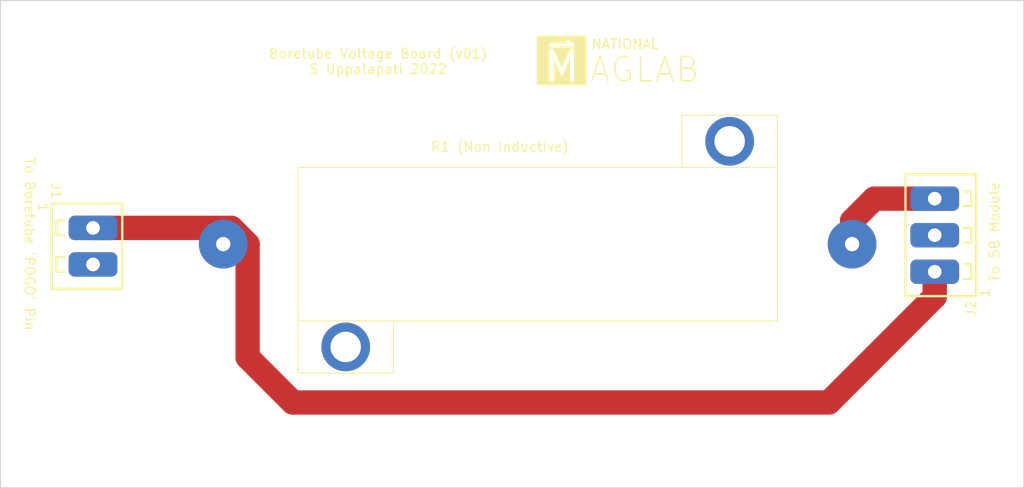
<source format=kicad_pcb>
(kicad_pcb (version 20211014) (generator pcbnew)
  (title_block (title "Boaretube Voltage Board") (date "10/11/2022") (rev "v01") (company "NHMFL") (comment 1 "Sujana Uppalapati"))
  (layers (0 "F.Cu" signal) (31 "B.Cu" signal) (34 "B.Paste" user) (35 "F.Paste" user) (36 "B.SilkS" user "B.Silkscreen") (37 "F.SilkS" user "F.Silkscreen") (38 "B.Mask" user) (39 "F.Mask" user) (44 "Edge.Cuts" user))
  (net 0 "")
  (net 1 "Net-(J1-Pad1)")
  (net 4 "Net-(J2-Pad3)")
  (footprint "ap_Pad_Hole:125_Hole_Iso" (layer "F.Cu") (at 109.474 61.722)
    (fp_text reference "Pad2" hide)
    (fp_text value "125_hole_iso" hide)
    (pad "" np_thru_hole circle locked (at 0 0) (size 3.175 3.175) (drill 3.175) (layers *.Cu *.Mask) (clearance 4.445))
  )
  (footprint "ap_PCB_Misc:Maglab_Logo" (layer "F.Cu") (at 157.575 62.135)
    (fp_text reference "11" hide)
    (fp_text value "MAGLAB_LOGO_1_2" hide)
    (fp_text user "AGLAB" (at 11.176 -1.5875) (layer "F.SilkS") (effects (font (size 2.54 2.54))))
    (fp_text user "NATIONAL" (at 9.144 -4.2545) (layer "F.SilkS") (effects (font (size 1.016 1.016))))
    (fp_line (start 2.0066 -0.508) (end 3.0988 -0.508) (layer "F.SilkS") (width 0.3048))
    (fp_line (start 2.1209 -3.46202) (end 2.54254 -2.5527) (layer "F.SilkS") (width 0.127))
    (fp_line (start 3.0988 -4.9022) (end 2.8956 -4.7244) (layer "F.SilkS") (width 0.12))
    (fp_line (start 1.7272 -2.4638) (end 1.7272 -2.4892) (layer "F.SilkS") (width 0.0508))
    (fp_line (start 3.29946 -2.45872) (end 3.31216 -2.47142) (layer "F.SilkS") (width 0.01016))
    (fp_line (start 3.34518 -2.4638) (end 3.3528 -2.49936) (layer "F.SilkS") (width 0.01016))
    (fp_line (start 2.9718 -1.3716) (end 2.794 -0.8382) (layer "F.SilkS") (width 0.12))
    (fp_line (start 1.68148 -2.61366) (end 1.68148 -2.71526) (layer "F.SilkS") (width 0.01016))
    (fp_line (start 1.905 -1.9558) (end 1.8796 -1.7526) (layer "F.SilkS") (width 0.12))
    (fp_line (start 2.286 -0.8128) (end 2.1844 -0.889) (layer "F.SilkS") (width 0.12))
    (fp_line (start 1.66878 -3.68808) (end 2.54254 -1.82118) (layer "F.SilkS") (width 0.0508))
    (fp_line (start 3.8862 -4.318) (end 2.9464 -4.8768) (layer "F.SilkS") (width 0.12))
    (fp_line (start 2.794 -4.445) (end 2.794 -4.826) (layer "F.SilkS") (width 0.2032))
    (fp_line (start 2.8956 -1.016) (end 3.2258 -2.032) (layer "F.SilkS") (width 0.12))
    (fp_line (start 1.70688 -2.63906) (end 1.69164 -2.65938) (layer "F.SilkS") (width 0.01016))
    (fp_line (start 2.7432 -1.1684) (end 3.3274 -2.413) (layer "F.SilkS") (width 0.12))
    (fp_line (start 3.8354 -4.445) (end 3.81 -4.572) (layer "F.SilkS") (width 0.12))
    (fp_line (start 3.38836 -2.55778) (end 3.38074 -2.56032) (layer "F.SilkS") (width 0.01016))
    (fp_line (start 2.7432 -4.6228) (end 2.6416 -4.5466) (layer "F.SilkS") (width 0.12))
    (fp_line (start 1.6891 -2.68732) (end 1.70688 -2.63906) (layer "F.SilkS") (width 0.01016))
    (fp_line (start 5.08 0) (end 5.08 -5.08) (layer "F.SilkS") (width 0.12))
    (fp_line (start 3.3274 -2.413) (end 2.3368 -0.2794) (layer "F.SilkS") (width 0.12))
    (fp_line (start 3.29692 -3.68554) (end 1.88468 -3.66522) (layer "F.SilkS") (width 0.127))
    (fp_line (start 3.39852 -2.71018) (end 3.38836 -2.63906) (layer "F.SilkS") (width 0.01016))
    (fp_line (start 3.38836 -2.63906) (end 3.38836 -2.55778) (layer "F.SilkS") (width 0.01016))
    (fp_line (start 3.3528 -4.8006) (end 3.81 -4.6482) (layer "F.SilkS") (width 0.12))
    (fp_line (start 3.33756 -2.47142) (end 3.34518 -2.4638) (layer "F.SilkS") (width 0.01016))
    (fp_line (start 3.81 -4.7244) (end 3.429 -4.826) (layer "F.SilkS") (width 0.12))
    (fp_line (start 3.8354 -4.8006) (end 3.4036 -4.8006) (layer "F.SilkS") (width 0.12))
    (fp_line (start 2.35204 -3.31978) (end 2.53746 -2.97434) (layer "F.SilkS") (width 0.127))
    (fp_line (start 2.54254 -1.89738) (end 1.71704 -3.70078) (layer "F.SilkS") (width 0.0508))
    (fp_line (start 2.413 -0.9906) (end 1.7526 -2.413) (layer "F.SilkS") (width 0.12))
    (fp_line (start 2.0066 -1.6764) (end 1.905 -1.9558) (layer "F.SilkS") (width 0.12))
    (fp_line (start 3.28676 -2.4511) (end 3.39852 -2.71018) (layer "F.SilkS") (width 0.01016))
    (fp_line (start 3.429 -4.826) (end 3.8354 -4.8006) (layer "F.SilkS") (width 0.12))
    (fp_line (start 2.47396 -3.26644) (end 2.55778 -3.1369) (layer "F.SilkS") (width 0.127))
    (fp_line (start 2.0066 -0.762) (end 3.1242 -0.762) (layer "F.SilkS") (width 0.12))
    (fp_line (start 2.667 -0.7874) (end 2.9718 -0.8128) (layer "F.SilkS") (width 0.12))
    (fp_line (start 4.0005 -3.7465) (end 1.143 -3.7465) (layer "F.SilkS") (width 0.12))
    (fp_line (start 0 0) (end 5.08 0) (layer "F.SilkS") (width 0.12))
    (fp_line (start 3.42646 -3.72364) (end 3.37566 -3.69316) (layer "F.SilkS") (width 0.0508))
    (fp_line (start 3.937 -4.0005) (end 3.8735 -3.937) (layer "F.SilkS") (width 0.12))
    (fp_line (start 3.175 -0.3556) (end 3.175 -1.8288) (layer "F.SilkS") (width 0.2032))
    (fp_line (start 3.31978 -2.46888) (end 3.3274 -2.46634) (layer "F.SilkS") (width 0.01016))
    (fp_line (start 1.016 -0.1905) (end 1.016 -4.8895) (layer "F.SilkS") (width 0.12))
    (fp_line (start 1.8034 -2.1336) (end 1.7526 -2.286) (layer "F.SilkS") (width 0.12))
    (fp_line (start 0.254 -0.254) (end 4.826 -0.254) (layer "F.SilkS") (width 0.254))
    (fp_line (start 2.9972 -4.3688) (end 2.921 -4.3942) (layer "F.SilkS") (width 0.0508))
    (fp_line (start 1.6891 -2.63652) (end 1.6891 -2.68732) (layer "F.SilkS") (width 0.01016))
    (fp_line (start 1.65862 -3.71856) (end 1.66878 -3.68808) (layer "F.SilkS") (width 0.0508))
    (fp_line (start 3.8735 -3.937) (end 1.2065 -3.937) (layer "F.SilkS") (width 0.12))
    (fp_line (start 3.12674 -4.33324) (end 2.9591 -4.42722) (layer "F.SilkS") (width 0.0254))
    (fp_line (start 3.03022 -3.53822) (end 2.1209 -3.46202) (layer "F.SilkS") (width 0.127))
    (fp_line (start 2.8448 -4.445) (end 2.8956 -4.3942) (layer "F.SilkS") (width 0.12))
    (fp_line (start 1.88468 -3.66522) (end 2.55524 -2.12852) (layer "F.SilkS") (width 0.127))
    (fp_line (start 0.127 -4.953) (end 0.127 -0.127) (layer "F.SilkS") (width 0.254))
    (fp_line (start 3.0734 -4.3434) (end 2.8702 -4.4704) (layer "F.SilkS") (width 0.0508))
    (fp_line (start 3.39344 -2.54) (end 3.39852 -2.54) (layer "F.SilkS") (width 0.01016))
    (fp_line (start 4.953 -0.127) (end 4.953 -4.953) (layer "F.SilkS") (width 0.254))
    (fp_line (start 4.318 -0.381) (end 4.318 -4.7625) (layer "F.SilkS") (width 0.12))
    (fp_line (start 3.0734 -1.7018) (end 2.667 -0.7874) (layer "F.SilkS") (width 0.12))
    (fp_line (start 1.68148 -2.63144) (end 1.68148 -2.57302) (layer "F.SilkS") (width 0.01016))
    (fp_line (start 3.302 -0.381) (end 3.302 -2.159) (layer "F.SilkS") (width 0.2032))
    (fp_line (start 2.64414 -3.27406) (end 2.47396 -3.26644) (layer "F.SilkS") (width 0.127))
    (fp_line (start 3.0734 -4.3434) (end 2.794 -4.3434) (layer "F.SilkS") (width 0.0508))
    (fp_line (start 3.3528 -2.49936) (end 3.35026 -2.4638) (layer "F.SilkS") (width 0.01016))
    (fp_line (start 4.572 -0.381) (end 4.572 -4.826) (layer "F.SilkS") (width 0.508))
    (fp_line (start 2.8448 -4.5212) (end 3.0988 -4.9022) (layer "F.SilkS") (width 0.3048))
    (fp_line (start 2.0574 -1.5494) (end 2.0574 -1.6002) (layer "F.SilkS") (width 0.12))
    (fp_line (start 1.143 -4.826) (end 2.667 -4.826) (layer "F.SilkS") (width 0.12))
    (fp_line (start 1.143 -0.381) (end 1.143 -4.826) (layer "F.SilkS") (width 0.254))
    (fp_line (start 0.381 -4.826) (end 0.381 -0.254) (layer "F.SilkS") (width 0.508))
    (fp_line (start 0.254 -4.953) (end 0.381 -4.826) (layer "F.SilkS") (width 0.12))
    (fp_line (start 0.508 -0.381) (end 0.508 -4.826) (layer "F.SilkS") (width 0.12))
    (fp_line (start 1.27 -4.445) (end 2.794 -4.445) (layer "F.SilkS") (width 0.254))
    (fp_line (start 2.1082 -1.27) (end 2.286 -0.8128) (layer "F.SilkS") (width 0.12))
    (fp_line (start 2.8702 -0.8382) (end 2.8956 -1.016) (layer "F.SilkS") (width 0.12))
    (fp_line (start 2.794 -0.8382) (end 2.8702 -0.8382) (layer "F.SilkS") (width 0.12))
    (fp_line (start 3.38074 -2.56032) (end 3.38074 -2.6543) (layer "F.SilkS") (width 0.01016))
    (fp_line (start 2.55524 -2.12852) (end 3.1623 -3.62458) (layer "F.SilkS") (width 0.127))
    (fp_line (start 3.38074 -2.6543) (end 3.38582 -2.66954) (layer "F.SilkS") (width 0.01016))
    (fp_line (start 1.778 -0.381) (end 1.778 -2.159) (layer "F.SilkS") (width 0.2032))
    (fp_line (start 1.8034 -2.3876) (end 1.7018 -2.6162) (layer "F.SilkS") (width 0.0508))
    (fp_line (start 3.38582 -2.66954) (end 3.29946 -2.45872) (layer "F.SilkS") (width 0.01016))
    (fp_line (start 2.8956 -4.7244) (end 2.921 -4.8006) (layer "F.SilkS") (width 0.12))
    (fp_line (start 2.5273 -2.76098) (end 2.76352 -3.3655) (layer "F.SilkS") (width 0.127))
    (fp_line (start 3.39852 -2.54) (end 3.39852 -2.71018) (layer "F.SilkS") (width 0.01016))
    (fp_line (start 0.381 -0.254) (end 0.762 -0.254) (layer "F.SilkS") (width 0.12))
    (fp_line (start 1.68148 -2.71526) (end 1.75768 -2.53746) (layer "F.SilkS") (width 0.01016))
    (fp_line (start 2.89052 -3.45694) (end 2.2352 -3.37312) (layer "F.SilkS") (width 0.127))
    (fp_line (start 3.37312 -2.6035) (end 3.31978 -2.46888) (layer "F.SilkS") (width 0.01016))
    (fp_line (start 3.37058 -2.56286) (end 3.33756 -2.47142) (layer "F.SilkS") (width 0.01016))
    (fp_line (start 2.9718 -0.8128) (end 2.9718 -1.3716) (layer "F.SilkS") (width 0.12))
    (fp_line (start 4.064 -0.381) (end 4.064 -4.826) (layer "F.SilkS") (width 0.508))
    (fp_line (start 1.2065 -3.81) (end 4.0005 -3.81) (layer "F.SilkS") (width 0.12))
    (fp_line (start 3.0988 -0.6858) (end 2.0066 -0.6858) (layer "F.SilkS") (width 0.12))
    (fp_line (start 4.8514 -0.3302) (end 4.826 -4.826) (layer "F.SilkS") (width 0.12))
    (fp_line (start 2.53746 -2.97434) (end 2.64414 -3.27406) (layer "F.SilkS") (width 0.127))
    (fp_line (start 3.3782 -2.159) (end 3.3782 -2.54) (layer "F.SilkS") (width 0.0508))
    (fp_line (start 2.1336 -0.8128) (end 2.1082 -1.27) (layer "F.SilkS") (width 0.12))
    (fp_line (start 1.69164 -2.65938) (end 1.69672 -2.6416) (layer "F.SilkS") (width 0.01016))
    (fp_line (start 1.143 -3.8735) (end 3.937 -3.8735) (layer "F.SilkS") (width 0.12))
    (fp_line (start 2.2352 -3.37312) (end 2.5273 -2.76098) (layer "F.SilkS") (width 0.127))
    (fp_line (start 1.76784 -3.7084) (end 2.55016 -1.98374) (layer "F.SilkS") (width 0.127))
    (fp_line (start 3.12674 -4.33324) (end 3.08102 -4.36118) (layer "F.SilkS") (width 0.0254))
    (fp_line (start 3.1496 -4.8768) (end 3.8354 -4.445) (layer "F.SilkS") (width 0.12))
    (fp_line (start 0 -5.08) (end 0 0) (layer "F.SilkS") (width 0.12))
    (fp_line (start 2.0574 -1.6002) (end 2.413 -0.7366) (layer "F.SilkS") (width 0.12))
    (fp_line (start 3.81 -4.6482) (end 3.81 -4.7244) (layer "F.SilkS") (width 0.12))
    (fp_line (start 3.37566 -2.63144) (end 3.37312 -2.6035) (layer "F.SilkS") (width 0.01016))
    (fp_line (start 2.667 -4.699) (end 1.27 -4.699) (layer "F.SilkS") (width 0.254))
    (fp_line (start 2.9464 -4.8768) (end 3.1496 -4.8768) (layer "F.SilkS") (width 0.12))
    (fp_line (start 2.54254 -1.82118) (end 3.42646 -3.72364) (layer "F.SilkS") (width 0.0508))
    (fp_line (start 1.7018 -2.1844) (end 1.7018 -2.5908) (layer "F.SilkS") (width 0.0508))
    (fp_line (start 4.0005 -3.81) (end 4.0005 -3.7465) (layer "F.SilkS") (width 0.12))
    (fp_line (start 1.7526 -2.413) (end 2.7178 -0.3556) (layer "F.SilkS") (width 0.12))
    (fp_line (start 2.00914 -3.57124) (end 2.55778 -2.34188) (layer "F.SilkS") (width 0.127))
    (fp_line (start 3.302 -2.1336) (end 3.3274 -2.3114) (layer "F.SilkS") (width 0.12))
    (fp_line (start 3.37566 -2.59588) (end 3.37312 -2.56794) (layer "F.SilkS") (width 0.01016))
    (fp_line (start 2.413 -0.7366) (end 2.1336 -0.8128) (layer "F.SilkS") (width 0.12))
    (fp_line (start 2.0574 -0.7874) (end 2.0574 -1.5494) (layer "F.SilkS") (width 0.12))
    (fp_line (start 3.07594 -4.3307) (end 3.12674 -4.3307) (layer "F.SilkS") (width 0.0254))
    (fp_line (start 0.254 -0.254) (end 0.254 -4.953) (layer "F.SilkS") (width 0.12))
    (fp_line (start 3.31216 -2.47142) (end 3.37566 -2.63144) (layer "F.SilkS") (width 0.01016))
    (fp_line (start 3.28422 -2.44094) (end 3.28676 -2.4511) (layer "F.SilkS") (width 0.01016))
    (fp_line (start 3.37566 -3.69316) (end 2.54254 -1.89738) (layer "F.SilkS") (width 0.0508))
    (fp_line (start 2.76352 -3.3655) (end 2.35204 -3.31978) (layer "F.SilkS") (width 0.127))
    (fp_line (start 4.953 -4.953) (end 0.127 -4.953) (layer "F.SilkS") (width 0.254))
    (fp_line (start 1.9558 -0.3556) (end 1.9558 -1.7018) (layer "F.SilkS") (width 0.1778))
    (fp_line (start 1.2065 -3.937) (end 1.2065 -3.81) (layer "F.SilkS") (width 0.12))
    (fp_line (start 3.81 -4.572) (end 3.3528 -4.8006) (layer "F.SilkS") (width 0.12))
    (fp_line (start 2.54254 -2.5527) (end 2.89052 -3.45694) (layer "F.SilkS") (width 0.127))
    (fp_line (start 0.762 -0.254) (end 0.762 -4.826) (layer "F.SilkS") (width 0.508))
    (fp_line (start 3.3274 -2.46634) (end 3.37566 -2.59588) (layer "F.SilkS") (width 0.01016))
    (fp_line (start 2.55778 -2.34188) (end 3.03022 -3.53822) (layer "F.SilkS") (width 0.127))
    (fp_line (start 2.55016 -1.98374) (end 3.29692 -3.68554) (layer "F.SilkS") (width 0.127))
    (fp_line (start 5.08 -5.08) (end 0 -5.08) (layer "F.SilkS") (width 0.12))
    (fp_line (start 3.1623 -3.62458) (end 2.00914 -3.57124) (layer "F.SilkS") (width 0.127))
    (fp_line (start 3.048 -0.7874) (end 3.0734 -1.7018) (layer "F.SilkS") (width 0.12))
    (fp_line (start 0.127 -0.127) (end 4.953 -0.127) (layer "F.SilkS") (width 0.254))
    (fp_line (start 3.0988 -0.508) (end 3.0988 -0.6858) (layer "F.SilkS") (width 0.12))
    (fp_line (start 3.37312 -2.56794) (end 3.37058 -2.56286) (layer "F.SilkS") (width 0.01016))
    (fp_line (start 3.937 -3.8735) (end 3.937 -4.0005) (layer "F.SilkS") (width 0.12))
    (fp_line (start 3.1242 -0.762) (end 3.1242 -0.8382) (layer "F.SilkS") (width 0.12))
  )
  (footprint "ap_Pad_Hole:125_Hole_Iso" (layer "F.Cu") (at 199.39 61.722)
    (fp_text reference "Pad3" hide)
    (fp_text value "125_hole_iso" hide)
    (pad "" np_thru_hole circle locked (at 0 0) (size 3.175 3.175) (drill 3.175) (layers *.Cu *.Mask) (clearance 4.445))
  )
  (footprint "ap_Pad_Hole:125_Hole_Iso" (layer "F.Cu") (at 109.474 96.52)
    (fp_text reference "Pad4" hide)
    (fp_text value "125_hole_iso" hide)
    (pad "" np_thru_hole circle locked (at 0 0) (size 3.175 3.175) (drill 3.175) (layers *.Cu *.Mask) (clearance 4.445))
  )
  (footprint "KiCAD Library_SU:Wire wound resistor #NH05020R00FC02" (layer "F.Cu") (at 124.826293 78.74)
    (fp_text reference "R1 (Non Inductive)" (at 28.843707 -10.16 unlocked) (layer "F.SilkS"))
    (fp_text value "20 ohm" hide)
    (fp_line (start 47.8155 -8.001) (end 47.8155 -13.4366) (layer "F.SilkS") (width 0.1016))
    (fp_line (start 7.7851 13.4366) (end 7.7851 8.001) (layer "F.SilkS") (width 0.1016))
    (fp_line (start 57.7723 -8.001) (end 57.7723 -13.4366) (layer "F.SilkS") (width 0.1016))
    (fp_line (start 57.7723 -13.4366) (end 47.8155 -13.4366) (layer "F.SilkS") (width 0.1016))
    (fp_line (start 17.7419 13.4366) (end 17.7419 8.001) (layer "F.SilkS") (width 0.1016))
    (fp_line (start 7.7851 8.001) (end 7.7851 -8.001) (layer "F.SilkS") (width 0.1016))
    (fp_line (start 57.7723 -8.001) (end 7.7851 -8.001) (layer "F.SilkS") (width 0.1016))
    (fp_line (start 17.7419 13.4366) (end 7.7851 13.4366) (layer "F.SilkS") (width 0.1016))
    (fp_line (start 57.7723 8.001) (end 7.7851 8.001) (layer "F.SilkS") (width 0.1016))
    (fp_line (start 57.7723 8.001) (end 57.7723 -8.001) (layer "F.SilkS") (width 0.1016))
    (pad "" thru_hole circle (at 52.7939 -10.7188) (size 5.08 5.08) (drill 3.175) (layers *.Cu *.Mask))
    (pad "" thru_hole circle (at 12.7635 10.7188) (size 5.08 5.08) (drill 3.175) (layers *.Cu *.Mask))
    (pad "1" thru_hole circle (at 0 0) (size 5.08 5.08) (drill 1.4986) (layers *.Cu *.Mask) (net 1 "Net-(J1-Pad1)"))
    (pad "2" thru_hole circle (at 65.5574 0) (size 5.08 5.08) (drill 1.4986) (layers *.Cu *.Mask) (net 4 "Net-(J2-Pad3)"))
  )
  (footprint "ap_Pad_Hole:125_Hole_Iso" (layer "F.Cu") (at 199.39 96.52)
    (fp_text reference "Pad1" hide)
    (fp_text value "125_hole_iso" hide)
    (pad "" np_thru_hole circle locked (at 0 0) (size 3.175 3.175) (drill 3.175) (layers *.Cu *.Mask) (clearance 4.445))
  )
  (footprint "ap_Connector_Phoenix:MCV_3Pin_1803439" (layer "F.Cu") (at 199 81.62 90)
    (fp_text reference "J2" (at -3.85 3.8 90) (layer "F.SilkS"))
    (fp_text value "MCV_3Pin_1803439" hide)
    (fp_line (start -2.54 4.318) (end -2.54 -3.048) (layer "F.SilkS") (width 0.254))
    (fp_line (start 6.858 3.048) (end 6.858 3.81) (layer "F.SilkS") (width 0.254))
    (fp_line (start 3.048 3.81) (end 4.572 3.81) (layer "F.SilkS") (width 0.254))
    (fp_line (start 10.16 4.318) (end 10.16 -3.048) (layer "F.SilkS") (width 0.254))
    (fp_line (start -0.762 3.048) (end -0.762 3.81) (layer "F.SilkS") (width 0.254))
    (fp_line (start 4.572 3.81) (end 4.572 3.048) (layer "F.SilkS") (width 0.254))
    (fp_line (start 3.048 3.048) (end 3.048 3.81) (layer "F.SilkS") (width 0.254))
    (fp_line (start 8.382 3.81) (end 8.382 3.048) (layer "F.SilkS") (width 0.254))
    (fp_line (start 0.762 3.81) (end 0.762 3.048) (layer "F.SilkS") (width 0.254))
    (fp_line (start -2.54 4.318) (end 10.16 4.318) (layer "F.SilkS") (width 0.254))
    (fp_line (start -0.762 3.81) (end 0.762 3.81) (layer "F.SilkS") (width 0.254))
    (fp_line (start 6.858 3.81) (end 8.382 3.81) (layer "F.SilkS") (width 0.254))
    (fp_line (start -2.54 -3.048) (end 10.16 -3.048) (layer "F.SilkS") (width 0.254))
    (pad "1" thru_hole roundrect (at 0 0 90) (size 2.54 5.08) (drill 1.4224) (layers *.Cu *.Mask) (net 1 "Net-(J1-Pad1)"))
    (pad "2" thru_hole roundrect (at 3.81 0 90) (size 2.54 5.08) (drill 1.4224) (layers *.Cu *.Mask))
    (pad "3" thru_hole roundrect (at 7.62 0 90) (size 2.54 5.08) (drill 1.4224) (layers *.Cu *.Mask) (net 4 "Net-(J2-Pad3)"))
  )
  (footprint "ap_Connector_Phoenix:MCV_2Pin_1803426" (layer "F.Cu") (at 111.25 77.05 -90)
    (fp_text reference "J1" (at -3.849994 3.850012 -90 unlocked) (layer "F.SilkS"))
    (fp_text value "MCV_2Pin_1803426" hide)
    (fp_line (start -0.762 3.048) (end -0.762 3.81) (layer "F.SilkS") (width 0.254))
    (fp_line (start 3.048 3.81) (end 4.572 3.81) (layer "F.SilkS") (width 0.254))
    (fp_line (start 6.35 4.318) (end 6.35 -3.048) (layer "F.SilkS") (width 0.254))
    (fp_line (start 4.572 3.81) (end 4.572 3.048) (layer "F.SilkS") (width 0.254))
    (fp_line (start 0.762 3.81) (end 0.762 3.048) (layer "F.SilkS") (width 0.254))
    (fp_line (start -2.54 -3.048) (end 6.35 -3.048) (layer "F.SilkS") (width 0.254))
    (fp_line (start -2.54 4.318) (end -2.54 -3.048) (layer "F.SilkS") (width 0.254))
    (fp_line (start -0.762 3.81) (end 0.762 3.81) (layer "F.SilkS") (width 0.254))
    (fp_line (start -2.54 4.318) (end 6.35 4.318) (layer "F.SilkS") (width 0.254))
    (fp_line (start 3.048 3.048) (end 3.048 3.81) (layer "F.SilkS") (width 0.254))
    (pad "1" thru_hole roundrect locked (at 0 0 270) (size 2.54 5.08) (drill 1.4224) (layers *.Cu *.Mask) (net 1 "Net-(J1-Pad1)"))
    (pad "2" thru_hole roundrect locked (at 3.81 0 270) (size 2.54 5.08) (drill 1.4224) (layers *.Cu *.Mask))
  )
  (gr_rect (start 101.6 53.34) (end 208.28 104.14) (layer "Edge.Cuts") (width 0.1) (fill none))
  (gr_text "To Boretube 'POGO' Pin" (at 104.648 78.74 270) (layer "F.SilkS") (effects (font (size 1 1))))
  (gr_text "To 5B Module" (at 205.232 77.47 -270) (layer "F.SilkS") (effects (font (size 1 1))))
  (gr_text "Boretube Voltage Board (v01)\nS Uppalapati 2022" (at 140.97 59.69) (layer "F.SilkS") (effects (font (size 1 1))))
  (gr_text "1" (at 204.216 83.82 90) (layer "F.SilkS") (effects (font (size 1 1))))
  (gr_text "1" (at 106.045 74.93 -90) (layer "F.SilkS") (effects (font (size 1 1))))
  (segment (start 199 84.21) (end 199 81.62) (width 2.54) (layer "F.Cu") (net 1))
  (segment (start 125.6763 77.05) (end 127.3663 78.74) (width 2.54) (layer "F.Cu") (net 1))
  (segment (start 127.3663 78.74) (end 127.3663 90.5363) (width 2.54) (layer "F.Cu") (net 1))
  (segment (start 187.96 95.25) (end 199 84.21) (width 2.54) (layer "F.Cu") (net 1))
  (segment (start 127.3663 90.5363) (end 132.08 95.25) (width 2.54) (layer "F.Cu") (net 1))
  (segment (start 132.08 95.25) (end 187.96 95.25) (width 2.54) (layer "F.Cu") (net 1))
  (segment (start 111.25 77.05) (end 125.6763 77.05) (width 2.54) (layer "F.Cu") (net 1))
  (segment (start 190.3837 78.74) (end 190.3837 76.3163) (width 2.54) (layer "F.Cu") (net 4))
  (segment (start 192.7 74) (end 199 74) (width 2.54) (layer "F.Cu") (net 4))
  (segment (start 190.3837 76.3163) (end 192.7 74) (width 2.54) (layer "F.Cu") (net 4))
)
</source>
